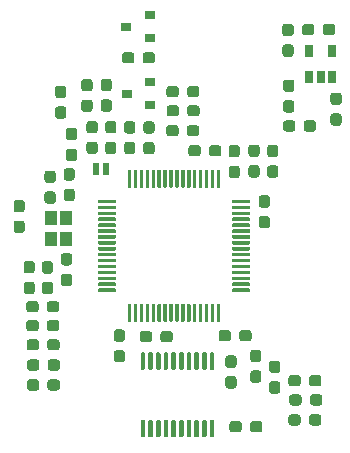
<source format=gtp>
%TF.GenerationSoftware,KiCad,Pcbnew,(5.1.6-0-10_14)*%
%TF.CreationDate,2022-07-06T22:32:54-05:00*%
%TF.ProjectId,small_led_driver_v2,736d616c-6c5f-46c6-9564-5f6472697665,rev?*%
%TF.SameCoordinates,Original*%
%TF.FileFunction,Paste,Top*%
%TF.FilePolarity,Positive*%
%FSLAX46Y46*%
G04 Gerber Fmt 4.6, Leading zero omitted, Abs format (unit mm)*
G04 Created by KiCad (PCBNEW (5.1.6-0-10_14)) date 2022-07-06 22:32:54*
%MOMM*%
%LPD*%
G01*
G04 APERTURE LIST*
%ADD10R,0.900000X0.800000*%
%ADD11R,0.650000X1.060000*%
%ADD12R,0.575000X1.140000*%
%ADD13R,1.000000X1.200000*%
G04 APERTURE END LIST*
%TO.C,C1*%
G36*
G01*
X95292500Y-101075000D02*
X95767500Y-101075000D01*
G75*
G02*
X96005000Y-101312500I0J-237500D01*
G01*
X96005000Y-101887500D01*
G75*
G02*
X95767500Y-102125000I-237500J0D01*
G01*
X95292500Y-102125000D01*
G75*
G02*
X95055000Y-101887500I0J237500D01*
G01*
X95055000Y-101312500D01*
G75*
G02*
X95292500Y-101075000I237500J0D01*
G01*
G37*
G36*
G01*
X95292500Y-99325000D02*
X95767500Y-99325000D01*
G75*
G02*
X96005000Y-99562500I0J-237500D01*
G01*
X96005000Y-100137500D01*
G75*
G02*
X95767500Y-100375000I-237500J0D01*
G01*
X95292500Y-100375000D01*
G75*
G02*
X95055000Y-100137500I0J237500D01*
G01*
X95055000Y-99562500D01*
G75*
G02*
X95292500Y-99325000I237500J0D01*
G01*
G37*
%TD*%
%TO.C,C2*%
G36*
G01*
X94377500Y-95150000D02*
X93902500Y-95150000D01*
G75*
G02*
X93665000Y-94912500I0J237500D01*
G01*
X93665000Y-94337500D01*
G75*
G02*
X93902500Y-94100000I237500J0D01*
G01*
X94377500Y-94100000D01*
G75*
G02*
X94615000Y-94337500I0J-237500D01*
G01*
X94615000Y-94912500D01*
G75*
G02*
X94377500Y-95150000I-237500J0D01*
G01*
G37*
G36*
G01*
X94377500Y-93400000D02*
X93902500Y-93400000D01*
G75*
G02*
X93665000Y-93162500I0J237500D01*
G01*
X93665000Y-92587500D01*
G75*
G02*
X93902500Y-92350000I237500J0D01*
G01*
X94377500Y-92350000D01*
G75*
G02*
X94615000Y-92587500I0J-237500D01*
G01*
X94615000Y-93162500D01*
G75*
G02*
X94377500Y-93400000I-237500J0D01*
G01*
G37*
%TD*%
%TO.C,C3*%
G36*
G01*
X97927500Y-90935000D02*
X97452500Y-90935000D01*
G75*
G02*
X97215000Y-90697500I0J237500D01*
G01*
X97215000Y-90122500D01*
G75*
G02*
X97452500Y-89885000I237500J0D01*
G01*
X97927500Y-89885000D01*
G75*
G02*
X98165000Y-90122500I0J-237500D01*
G01*
X98165000Y-90697500D01*
G75*
G02*
X97927500Y-90935000I-237500J0D01*
G01*
G37*
G36*
G01*
X97927500Y-89185000D02*
X97452500Y-89185000D01*
G75*
G02*
X97215000Y-88947500I0J237500D01*
G01*
X97215000Y-88372500D01*
G75*
G02*
X97452500Y-88135000I237500J0D01*
G01*
X97927500Y-88135000D01*
G75*
G02*
X98165000Y-88372500I0J-237500D01*
G01*
X98165000Y-88947500D01*
G75*
G02*
X97927500Y-89185000I-237500J0D01*
G01*
G37*
%TD*%
%TO.C,C4*%
G36*
G01*
X99517500Y-89195000D02*
X99042500Y-89195000D01*
G75*
G02*
X98805000Y-88957500I0J237500D01*
G01*
X98805000Y-88382500D01*
G75*
G02*
X99042500Y-88145000I237500J0D01*
G01*
X99517500Y-88145000D01*
G75*
G02*
X99755000Y-88382500I0J-237500D01*
G01*
X99755000Y-88957500D01*
G75*
G02*
X99517500Y-89195000I-237500J0D01*
G01*
G37*
G36*
G01*
X99517500Y-90945000D02*
X99042500Y-90945000D01*
G75*
G02*
X98805000Y-90707500I0J237500D01*
G01*
X98805000Y-90132500D01*
G75*
G02*
X99042500Y-89895000I237500J0D01*
G01*
X99517500Y-89895000D01*
G75*
G02*
X99755000Y-90132500I0J-237500D01*
G01*
X99755000Y-90707500D01*
G75*
G02*
X99517500Y-90945000I-237500J0D01*
G01*
G37*
%TD*%
%TO.C,C5*%
G36*
G01*
X109212500Y-107990000D02*
X109687500Y-107990000D01*
G75*
G02*
X109925000Y-108227500I0J-237500D01*
G01*
X109925000Y-108802500D01*
G75*
G02*
X109687500Y-109040000I-237500J0D01*
G01*
X109212500Y-109040000D01*
G75*
G02*
X108975000Y-108802500I0J237500D01*
G01*
X108975000Y-108227500D01*
G75*
G02*
X109212500Y-107990000I237500J0D01*
G01*
G37*
G36*
G01*
X109212500Y-109740000D02*
X109687500Y-109740000D01*
G75*
G02*
X109925000Y-109977500I0J-237500D01*
G01*
X109925000Y-110552500D01*
G75*
G02*
X109687500Y-110790000I-237500J0D01*
G01*
X109212500Y-110790000D01*
G75*
G02*
X108975000Y-110552500I0J237500D01*
G01*
X108975000Y-109977500D01*
G75*
G02*
X109212500Y-109740000I237500J0D01*
G01*
G37*
%TD*%
%TO.C,C6*%
G36*
G01*
X96193620Y-91529360D02*
X95718620Y-91529360D01*
G75*
G02*
X95481120Y-91291860I0J237500D01*
G01*
X95481120Y-90716860D01*
G75*
G02*
X95718620Y-90479360I237500J0D01*
G01*
X96193620Y-90479360D01*
G75*
G02*
X96431120Y-90716860I0J-237500D01*
G01*
X96431120Y-91291860D01*
G75*
G02*
X96193620Y-91529360I-237500J0D01*
G01*
G37*
G36*
G01*
X96193620Y-89779360D02*
X95718620Y-89779360D01*
G75*
G02*
X95481120Y-89541860I0J237500D01*
G01*
X95481120Y-88966860D01*
G75*
G02*
X95718620Y-88729360I237500J0D01*
G01*
X96193620Y-88729360D01*
G75*
G02*
X96431120Y-88966860I0J-237500D01*
G01*
X96431120Y-89541860D01*
G75*
G02*
X96193620Y-89779360I-237500J0D01*
G01*
G37*
%TD*%
%TO.C,C7*%
G36*
G01*
X111072380Y-114260640D02*
X111072380Y-113785640D01*
G75*
G02*
X111309880Y-113548140I237500J0D01*
G01*
X111884880Y-113548140D01*
G75*
G02*
X112122380Y-113785640I0J-237500D01*
G01*
X112122380Y-114260640D01*
G75*
G02*
X111884880Y-114498140I-237500J0D01*
G01*
X111309880Y-114498140D01*
G75*
G02*
X111072380Y-114260640I0J237500D01*
G01*
G37*
G36*
G01*
X109322380Y-114260640D02*
X109322380Y-113785640D01*
G75*
G02*
X109559880Y-113548140I237500J0D01*
G01*
X110134880Y-113548140D01*
G75*
G02*
X110372380Y-113785640I0J-237500D01*
G01*
X110372380Y-114260640D01*
G75*
G02*
X110134880Y-114498140I-237500J0D01*
G01*
X109559880Y-114498140D01*
G75*
G02*
X109322380Y-114260640I0J237500D01*
G01*
G37*
%TD*%
%TO.C,C8*%
G36*
G01*
X101117500Y-90955000D02*
X100642500Y-90955000D01*
G75*
G02*
X100405000Y-90717500I0J237500D01*
G01*
X100405000Y-90142500D01*
G75*
G02*
X100642500Y-89905000I237500J0D01*
G01*
X101117500Y-89905000D01*
G75*
G02*
X101355000Y-90142500I0J-237500D01*
G01*
X101355000Y-90717500D01*
G75*
G02*
X101117500Y-90955000I-237500J0D01*
G01*
G37*
G36*
G01*
X101117500Y-89205000D02*
X100642500Y-89205000D01*
G75*
G02*
X100405000Y-88967500I0J237500D01*
G01*
X100405000Y-88392500D01*
G75*
G02*
X100642500Y-88155000I237500J0D01*
G01*
X101117500Y-88155000D01*
G75*
G02*
X101355000Y-88392500I0J-237500D01*
G01*
X101355000Y-88967500D01*
G75*
G02*
X101117500Y-89205000I-237500J0D01*
G01*
G37*
%TD*%
%TO.C,C9*%
G36*
G01*
X103475000Y-106637500D02*
X103475000Y-106162500D01*
G75*
G02*
X103712500Y-105925000I237500J0D01*
G01*
X104287500Y-105925000D01*
G75*
G02*
X104525000Y-106162500I0J-237500D01*
G01*
X104525000Y-106637500D01*
G75*
G02*
X104287500Y-106875000I-237500J0D01*
G01*
X103712500Y-106875000D01*
G75*
G02*
X103475000Y-106637500I0J237500D01*
G01*
G37*
G36*
G01*
X101725000Y-106637500D02*
X101725000Y-106162500D01*
G75*
G02*
X101962500Y-105925000I237500J0D01*
G01*
X102537500Y-105925000D01*
G75*
G02*
X102775000Y-106162500I0J-237500D01*
G01*
X102775000Y-106637500D01*
G75*
G02*
X102537500Y-106875000I-237500J0D01*
G01*
X101962500Y-106875000D01*
G75*
G02*
X101725000Y-106637500I0J237500D01*
G01*
G37*
%TD*%
%TO.C,C10*%
G36*
G01*
X108405000Y-106557500D02*
X108405000Y-106082500D01*
G75*
G02*
X108642500Y-105845000I237500J0D01*
G01*
X109217500Y-105845000D01*
G75*
G02*
X109455000Y-106082500I0J-237500D01*
G01*
X109455000Y-106557500D01*
G75*
G02*
X109217500Y-106795000I-237500J0D01*
G01*
X108642500Y-106795000D01*
G75*
G02*
X108405000Y-106557500I0J237500D01*
G01*
G37*
G36*
G01*
X110155000Y-106557500D02*
X110155000Y-106082500D01*
G75*
G02*
X110392500Y-105845000I237500J0D01*
G01*
X110967500Y-105845000D01*
G75*
G02*
X111205000Y-106082500I0J-237500D01*
G01*
X111205000Y-106557500D01*
G75*
G02*
X110967500Y-106795000I-237500J0D01*
G01*
X110392500Y-106795000D01*
G75*
G02*
X110155000Y-106557500I0J237500D01*
G01*
G37*
%TD*%
%TO.C,C11*%
G36*
G01*
X99772500Y-107535000D02*
X100247500Y-107535000D01*
G75*
G02*
X100485000Y-107772500I0J-237500D01*
G01*
X100485000Y-108347500D01*
G75*
G02*
X100247500Y-108585000I-237500J0D01*
G01*
X99772500Y-108585000D01*
G75*
G02*
X99535000Y-108347500I0J237500D01*
G01*
X99535000Y-107772500D01*
G75*
G02*
X99772500Y-107535000I237500J0D01*
G01*
G37*
G36*
G01*
X99772500Y-105785000D02*
X100247500Y-105785000D01*
G75*
G02*
X100485000Y-106022500I0J-237500D01*
G01*
X100485000Y-106597500D01*
G75*
G02*
X100247500Y-106835000I-237500J0D01*
G01*
X99772500Y-106835000D01*
G75*
G02*
X99535000Y-106597500I0J237500D01*
G01*
X99535000Y-106022500D01*
G75*
G02*
X99772500Y-105785000I237500J0D01*
G01*
G37*
%TD*%
%TO.C,C12*%
G36*
G01*
X102747500Y-90960000D02*
X102272500Y-90960000D01*
G75*
G02*
X102035000Y-90722500I0J237500D01*
G01*
X102035000Y-90147500D01*
G75*
G02*
X102272500Y-89910000I237500J0D01*
G01*
X102747500Y-89910000D01*
G75*
G02*
X102985000Y-90147500I0J-237500D01*
G01*
X102985000Y-90722500D01*
G75*
G02*
X102747500Y-90960000I-237500J0D01*
G01*
G37*
G36*
G01*
X102747500Y-89210000D02*
X102272500Y-89210000D01*
G75*
G02*
X102035000Y-88972500I0J237500D01*
G01*
X102035000Y-88397500D01*
G75*
G02*
X102272500Y-88160000I237500J0D01*
G01*
X102747500Y-88160000D01*
G75*
G02*
X102985000Y-88397500I0J-237500D01*
G01*
X102985000Y-88972500D01*
G75*
G02*
X102747500Y-89210000I-237500J0D01*
G01*
G37*
%TD*%
%TO.C,C13*%
G36*
G01*
X117220000Y-80637500D02*
X117220000Y-80162500D01*
G75*
G02*
X117457500Y-79925000I237500J0D01*
G01*
X118032500Y-79925000D01*
G75*
G02*
X118270000Y-80162500I0J-237500D01*
G01*
X118270000Y-80637500D01*
G75*
G02*
X118032500Y-80875000I-237500J0D01*
G01*
X117457500Y-80875000D01*
G75*
G02*
X117220000Y-80637500I0J237500D01*
G01*
G37*
G36*
G01*
X115470000Y-80637500D02*
X115470000Y-80162500D01*
G75*
G02*
X115707500Y-79925000I237500J0D01*
G01*
X116282500Y-79925000D01*
G75*
G02*
X116520000Y-80162500I0J-237500D01*
G01*
X116520000Y-80637500D01*
G75*
G02*
X116282500Y-80875000I-237500J0D01*
G01*
X115707500Y-80875000D01*
G75*
G02*
X115470000Y-80637500I0J237500D01*
G01*
G37*
%TD*%
%TO.C,C14*%
G36*
G01*
X118112500Y-87495000D02*
X118587500Y-87495000D01*
G75*
G02*
X118825000Y-87732500I0J-237500D01*
G01*
X118825000Y-88307500D01*
G75*
G02*
X118587500Y-88545000I-237500J0D01*
G01*
X118112500Y-88545000D01*
G75*
G02*
X117875000Y-88307500I0J237500D01*
G01*
X117875000Y-87732500D01*
G75*
G02*
X118112500Y-87495000I237500J0D01*
G01*
G37*
G36*
G01*
X118112500Y-85745000D02*
X118587500Y-85745000D01*
G75*
G02*
X118825000Y-85982500I0J-237500D01*
G01*
X118825000Y-86557500D01*
G75*
G02*
X118587500Y-86795000I-237500J0D01*
G01*
X118112500Y-86795000D01*
G75*
G02*
X117875000Y-86557500I0J237500D01*
G01*
X117875000Y-85982500D01*
G75*
G02*
X118112500Y-85745000I237500J0D01*
G01*
G37*
%TD*%
%TO.C,C15*%
G36*
G01*
X112755500Y-90149000D02*
X113230500Y-90149000D01*
G75*
G02*
X113468000Y-90386500I0J-237500D01*
G01*
X113468000Y-90961500D01*
G75*
G02*
X113230500Y-91199000I-237500J0D01*
G01*
X112755500Y-91199000D01*
G75*
G02*
X112518000Y-90961500I0J237500D01*
G01*
X112518000Y-90386500D01*
G75*
G02*
X112755500Y-90149000I237500J0D01*
G01*
G37*
G36*
G01*
X112755500Y-91899000D02*
X113230500Y-91899000D01*
G75*
G02*
X113468000Y-92136500I0J-237500D01*
G01*
X113468000Y-92711500D01*
G75*
G02*
X113230500Y-92949000I-237500J0D01*
G01*
X112755500Y-92949000D01*
G75*
G02*
X112518000Y-92711500I0J237500D01*
G01*
X112518000Y-92136500D01*
G75*
G02*
X112755500Y-91899000I237500J0D01*
G01*
G37*
%TD*%
%TO.C,C16*%
G36*
G01*
X111167500Y-91880000D02*
X111642500Y-91880000D01*
G75*
G02*
X111880000Y-92117500I0J-237500D01*
G01*
X111880000Y-92692500D01*
G75*
G02*
X111642500Y-92930000I-237500J0D01*
G01*
X111167500Y-92930000D01*
G75*
G02*
X110930000Y-92692500I0J237500D01*
G01*
X110930000Y-92117500D01*
G75*
G02*
X111167500Y-91880000I237500J0D01*
G01*
G37*
G36*
G01*
X111167500Y-90130000D02*
X111642500Y-90130000D01*
G75*
G02*
X111880000Y-90367500I0J-237500D01*
G01*
X111880000Y-90942500D01*
G75*
G02*
X111642500Y-91180000I-237500J0D01*
G01*
X111167500Y-91180000D01*
G75*
G02*
X110930000Y-90942500I0J237500D01*
G01*
X110930000Y-90367500D01*
G75*
G02*
X111167500Y-90130000I237500J0D01*
G01*
G37*
%TD*%
%TO.C,C17*%
G36*
G01*
X114102500Y-84630000D02*
X114577500Y-84630000D01*
G75*
G02*
X114815000Y-84867500I0J-237500D01*
G01*
X114815000Y-85442500D01*
G75*
G02*
X114577500Y-85680000I-237500J0D01*
G01*
X114102500Y-85680000D01*
G75*
G02*
X113865000Y-85442500I0J237500D01*
G01*
X113865000Y-84867500D01*
G75*
G02*
X114102500Y-84630000I237500J0D01*
G01*
G37*
G36*
G01*
X114102500Y-86380000D02*
X114577500Y-86380000D01*
G75*
G02*
X114815000Y-86617500I0J-237500D01*
G01*
X114815000Y-87192500D01*
G75*
G02*
X114577500Y-87430000I-237500J0D01*
G01*
X114102500Y-87430000D01*
G75*
G02*
X113865000Y-87192500I0J237500D01*
G01*
X113865000Y-86617500D01*
G75*
G02*
X114102500Y-86380000I237500J0D01*
G01*
G37*
%TD*%
D10*
%TO.C,Q1*%
X100563740Y-80155660D03*
X102563740Y-79205660D03*
X102563740Y-81105660D03*
%TD*%
%TO.C,Q2*%
X102608340Y-86774160D03*
X102608340Y-84874160D03*
X100608340Y-85824160D03*
%TD*%
%TO.C,R1*%
G36*
G01*
X107600000Y-90897500D02*
X107600000Y-90422500D01*
G75*
G02*
X107837500Y-90185000I237500J0D01*
G01*
X108412500Y-90185000D01*
G75*
G02*
X108650000Y-90422500I0J-237500D01*
G01*
X108650000Y-90897500D01*
G75*
G02*
X108412500Y-91135000I-237500J0D01*
G01*
X107837500Y-91135000D01*
G75*
G02*
X107600000Y-90897500I0J237500D01*
G01*
G37*
G36*
G01*
X105850000Y-90897500D02*
X105850000Y-90422500D01*
G75*
G02*
X106087500Y-90185000I237500J0D01*
G01*
X106662500Y-90185000D01*
G75*
G02*
X106900000Y-90422500I0J-237500D01*
G01*
X106900000Y-90897500D01*
G75*
G02*
X106662500Y-91135000I-237500J0D01*
G01*
X106087500Y-91135000D01*
G75*
G02*
X105850000Y-90897500I0J237500D01*
G01*
G37*
%TD*%
%TO.C,R2*%
G36*
G01*
X109492500Y-90175000D02*
X109967500Y-90175000D01*
G75*
G02*
X110205000Y-90412500I0J-237500D01*
G01*
X110205000Y-90987500D01*
G75*
G02*
X109967500Y-91225000I-237500J0D01*
G01*
X109492500Y-91225000D01*
G75*
G02*
X109255000Y-90987500I0J237500D01*
G01*
X109255000Y-90412500D01*
G75*
G02*
X109492500Y-90175000I237500J0D01*
G01*
G37*
G36*
G01*
X109492500Y-91925000D02*
X109967500Y-91925000D01*
G75*
G02*
X110205000Y-92162500I0J-237500D01*
G01*
X110205000Y-92737500D01*
G75*
G02*
X109967500Y-92975000I-237500J0D01*
G01*
X109492500Y-92975000D01*
G75*
G02*
X109255000Y-92737500I0J237500D01*
G01*
X109255000Y-92162500D01*
G75*
G02*
X109492500Y-91925000I237500J0D01*
G01*
G37*
%TD*%
%TO.C,R3*%
G36*
G01*
X95517960Y-92134260D02*
X95992960Y-92134260D01*
G75*
G02*
X96230460Y-92371760I0J-237500D01*
G01*
X96230460Y-92946760D01*
G75*
G02*
X95992960Y-93184260I-237500J0D01*
G01*
X95517960Y-93184260D01*
G75*
G02*
X95280460Y-92946760I0J237500D01*
G01*
X95280460Y-92371760D01*
G75*
G02*
X95517960Y-92134260I237500J0D01*
G01*
G37*
G36*
G01*
X95517960Y-93884260D02*
X95992960Y-93884260D01*
G75*
G02*
X96230460Y-94121760I0J-237500D01*
G01*
X96230460Y-94696760D01*
G75*
G02*
X95992960Y-94934260I-237500J0D01*
G01*
X95517960Y-94934260D01*
G75*
G02*
X95280460Y-94696760I0J237500D01*
G01*
X95280460Y-94121760D01*
G75*
G02*
X95517960Y-93884260I237500J0D01*
G01*
G37*
%TD*%
%TO.C,R4*%
G36*
G01*
X112520500Y-95485000D02*
X112045500Y-95485000D01*
G75*
G02*
X111808000Y-95247500I0J237500D01*
G01*
X111808000Y-94672500D01*
G75*
G02*
X112045500Y-94435000I237500J0D01*
G01*
X112520500Y-94435000D01*
G75*
G02*
X112758000Y-94672500I0J-237500D01*
G01*
X112758000Y-95247500D01*
G75*
G02*
X112520500Y-95485000I-237500J0D01*
G01*
G37*
G36*
G01*
X112520500Y-97235000D02*
X112045500Y-97235000D01*
G75*
G02*
X111808000Y-96997500I0J237500D01*
G01*
X111808000Y-96422500D01*
G75*
G02*
X112045500Y-96185000I237500J0D01*
G01*
X112520500Y-96185000D01*
G75*
G02*
X112758000Y-96422500I0J-237500D01*
G01*
X112758000Y-96997500D01*
G75*
G02*
X112520500Y-97235000I-237500J0D01*
G01*
G37*
%TD*%
%TO.C,R5*%
G36*
G01*
X105722900Y-89200140D02*
X105722900Y-88725140D01*
G75*
G02*
X105960400Y-88487640I237500J0D01*
G01*
X106535400Y-88487640D01*
G75*
G02*
X106772900Y-88725140I0J-237500D01*
G01*
X106772900Y-89200140D01*
G75*
G02*
X106535400Y-89437640I-237500J0D01*
G01*
X105960400Y-89437640D01*
G75*
G02*
X105722900Y-89200140I0J237500D01*
G01*
G37*
G36*
G01*
X103972900Y-89200140D02*
X103972900Y-88725140D01*
G75*
G02*
X104210400Y-88487640I237500J0D01*
G01*
X104785400Y-88487640D01*
G75*
G02*
X105022900Y-88725140I0J-237500D01*
G01*
X105022900Y-89200140D01*
G75*
G02*
X104785400Y-89437640I-237500J0D01*
G01*
X104210400Y-89437640D01*
G75*
G02*
X103972900Y-89200140I0J237500D01*
G01*
G37*
%TD*%
%TO.C,R6*%
G36*
G01*
X91291400Y-96577900D02*
X91766400Y-96577900D01*
G75*
G02*
X92003900Y-96815400I0J-237500D01*
G01*
X92003900Y-97390400D01*
G75*
G02*
X91766400Y-97627900I-237500J0D01*
G01*
X91291400Y-97627900D01*
G75*
G02*
X91053900Y-97390400I0J237500D01*
G01*
X91053900Y-96815400D01*
G75*
G02*
X91291400Y-96577900I237500J0D01*
G01*
G37*
G36*
G01*
X91291400Y-94827900D02*
X91766400Y-94827900D01*
G75*
G02*
X92003900Y-95065400I0J-237500D01*
G01*
X92003900Y-95640400D01*
G75*
G02*
X91766400Y-95877900I-237500J0D01*
G01*
X91291400Y-95877900D01*
G75*
G02*
X91053900Y-95640400I0J237500D01*
G01*
X91053900Y-95065400D01*
G75*
G02*
X91291400Y-94827900I237500J0D01*
G01*
G37*
%TD*%
%TO.C,R7*%
G36*
G01*
X92129600Y-99998100D02*
X92604600Y-99998100D01*
G75*
G02*
X92842100Y-100235600I0J-237500D01*
G01*
X92842100Y-100810600D01*
G75*
G02*
X92604600Y-101048100I-237500J0D01*
G01*
X92129600Y-101048100D01*
G75*
G02*
X91892100Y-100810600I0J237500D01*
G01*
X91892100Y-100235600D01*
G75*
G02*
X92129600Y-99998100I237500J0D01*
G01*
G37*
G36*
G01*
X92129600Y-101748100D02*
X92604600Y-101748100D01*
G75*
G02*
X92842100Y-101985600I0J-237500D01*
G01*
X92842100Y-102560600D01*
G75*
G02*
X92604600Y-102798100I-237500J0D01*
G01*
X92129600Y-102798100D01*
G75*
G02*
X91892100Y-102560600I0J237500D01*
G01*
X91892100Y-101985600D01*
G75*
G02*
X92129600Y-101748100I237500J0D01*
G01*
G37*
%TD*%
%TO.C,R10*%
G36*
G01*
X114915000Y-88322500D02*
X114915000Y-88797500D01*
G75*
G02*
X114677500Y-89035000I-237500J0D01*
G01*
X114102500Y-89035000D01*
G75*
G02*
X113865000Y-88797500I0J237500D01*
G01*
X113865000Y-88322500D01*
G75*
G02*
X114102500Y-88085000I237500J0D01*
G01*
X114677500Y-88085000D01*
G75*
G02*
X114915000Y-88322500I0J-237500D01*
G01*
G37*
G36*
G01*
X116665000Y-88322500D02*
X116665000Y-88797500D01*
G75*
G02*
X116427500Y-89035000I-237500J0D01*
G01*
X115852500Y-89035000D01*
G75*
G02*
X115615000Y-88797500I0J237500D01*
G01*
X115615000Y-88322500D01*
G75*
G02*
X115852500Y-88085000I237500J0D01*
G01*
X116427500Y-88085000D01*
G75*
G02*
X116665000Y-88322500I0J-237500D01*
G01*
G37*
%TD*%
%TO.C,R11*%
G36*
G01*
X93679000Y-101759500D02*
X94154000Y-101759500D01*
G75*
G02*
X94391500Y-101997000I0J-237500D01*
G01*
X94391500Y-102572000D01*
G75*
G02*
X94154000Y-102809500I-237500J0D01*
G01*
X93679000Y-102809500D01*
G75*
G02*
X93441500Y-102572000I0J237500D01*
G01*
X93441500Y-101997000D01*
G75*
G02*
X93679000Y-101759500I237500J0D01*
G01*
G37*
G36*
G01*
X93679000Y-100009500D02*
X94154000Y-100009500D01*
G75*
G02*
X94391500Y-100247000I0J-237500D01*
G01*
X94391500Y-100822000D01*
G75*
G02*
X94154000Y-101059500I-237500J0D01*
G01*
X93679000Y-101059500D01*
G75*
G02*
X93441500Y-100822000I0J237500D01*
G01*
X93441500Y-100247000D01*
G75*
G02*
X93679000Y-100009500I237500J0D01*
G01*
G37*
%TD*%
%TO.C,R12*%
G36*
G01*
X94911400Y-103623100D02*
X94911400Y-104098100D01*
G75*
G02*
X94673900Y-104335600I-237500J0D01*
G01*
X94098900Y-104335600D01*
G75*
G02*
X93861400Y-104098100I0J237500D01*
G01*
X93861400Y-103623100D01*
G75*
G02*
X94098900Y-103385600I237500J0D01*
G01*
X94673900Y-103385600D01*
G75*
G02*
X94911400Y-103623100I0J-237500D01*
G01*
G37*
G36*
G01*
X93161400Y-103623100D02*
X93161400Y-104098100D01*
G75*
G02*
X92923900Y-104335600I-237500J0D01*
G01*
X92348900Y-104335600D01*
G75*
G02*
X92111400Y-104098100I0J237500D01*
G01*
X92111400Y-103623100D01*
G75*
G02*
X92348900Y-103385600I237500J0D01*
G01*
X92923900Y-103385600D01*
G75*
G02*
X93161400Y-103623100I0J-237500D01*
G01*
G37*
%TD*%
%TO.C,R13*%
G36*
G01*
X103987900Y-85890140D02*
X103987900Y-85415140D01*
G75*
G02*
X104225400Y-85177640I237500J0D01*
G01*
X104800400Y-85177640D01*
G75*
G02*
X105037900Y-85415140I0J-237500D01*
G01*
X105037900Y-85890140D01*
G75*
G02*
X104800400Y-86127640I-237500J0D01*
G01*
X104225400Y-86127640D01*
G75*
G02*
X103987900Y-85890140I0J237500D01*
G01*
G37*
G36*
G01*
X105737900Y-85890140D02*
X105737900Y-85415140D01*
G75*
G02*
X105975400Y-85177640I237500J0D01*
G01*
X106550400Y-85177640D01*
G75*
G02*
X106787900Y-85415140I0J-237500D01*
G01*
X106787900Y-85890140D01*
G75*
G02*
X106550400Y-86127640I-237500J0D01*
G01*
X105975400Y-86127640D01*
G75*
G02*
X105737900Y-85890140I0J237500D01*
G01*
G37*
%TD*%
%TO.C,R14*%
G36*
G01*
X92148200Y-107331000D02*
X92148200Y-106856000D01*
G75*
G02*
X92385700Y-106618500I237500J0D01*
G01*
X92960700Y-106618500D01*
G75*
G02*
X93198200Y-106856000I0J-237500D01*
G01*
X93198200Y-107331000D01*
G75*
G02*
X92960700Y-107568500I-237500J0D01*
G01*
X92385700Y-107568500D01*
G75*
G02*
X92148200Y-107331000I0J237500D01*
G01*
G37*
G36*
G01*
X93898200Y-107331000D02*
X93898200Y-106856000D01*
G75*
G02*
X94135700Y-106618500I237500J0D01*
G01*
X94710700Y-106618500D01*
G75*
G02*
X94948200Y-106856000I0J-237500D01*
G01*
X94948200Y-107331000D01*
G75*
G02*
X94710700Y-107568500I-237500J0D01*
G01*
X94135700Y-107568500D01*
G75*
G02*
X93898200Y-107331000I0J237500D01*
G01*
G37*
%TD*%
%TO.C,R15*%
G36*
G01*
X93174100Y-105223300D02*
X93174100Y-105698300D01*
G75*
G02*
X92936600Y-105935800I-237500J0D01*
G01*
X92361600Y-105935800D01*
G75*
G02*
X92124100Y-105698300I0J237500D01*
G01*
X92124100Y-105223300D01*
G75*
G02*
X92361600Y-104985800I237500J0D01*
G01*
X92936600Y-104985800D01*
G75*
G02*
X93174100Y-105223300I0J-237500D01*
G01*
G37*
G36*
G01*
X94924100Y-105223300D02*
X94924100Y-105698300D01*
G75*
G02*
X94686600Y-105935800I-237500J0D01*
G01*
X94111600Y-105935800D01*
G75*
G02*
X93874100Y-105698300I0J237500D01*
G01*
X93874100Y-105223300D01*
G75*
G02*
X94111600Y-104985800I237500J0D01*
G01*
X94686600Y-104985800D01*
G75*
G02*
X94924100Y-105223300I0J-237500D01*
G01*
G37*
%TD*%
%TO.C,R16*%
G36*
G01*
X93933200Y-109041000D02*
X93933200Y-108566000D01*
G75*
G02*
X94170700Y-108328500I237500J0D01*
G01*
X94745700Y-108328500D01*
G75*
G02*
X94983200Y-108566000I0J-237500D01*
G01*
X94983200Y-109041000D01*
G75*
G02*
X94745700Y-109278500I-237500J0D01*
G01*
X94170700Y-109278500D01*
G75*
G02*
X93933200Y-109041000I0J237500D01*
G01*
G37*
G36*
G01*
X92183200Y-109041000D02*
X92183200Y-108566000D01*
G75*
G02*
X92420700Y-108328500I237500J0D01*
G01*
X92995700Y-108328500D01*
G75*
G02*
X93233200Y-108566000I0J-237500D01*
G01*
X93233200Y-109041000D01*
G75*
G02*
X92995700Y-109278500I-237500J0D01*
G01*
X92420700Y-109278500D01*
G75*
G02*
X92183200Y-109041000I0J237500D01*
G01*
G37*
%TD*%
%TO.C,R17*%
G36*
G01*
X94968200Y-110256000D02*
X94968200Y-110731000D01*
G75*
G02*
X94730700Y-110968500I-237500J0D01*
G01*
X94155700Y-110968500D01*
G75*
G02*
X93918200Y-110731000I0J237500D01*
G01*
X93918200Y-110256000D01*
G75*
G02*
X94155700Y-110018500I237500J0D01*
G01*
X94730700Y-110018500D01*
G75*
G02*
X94968200Y-110256000I0J-237500D01*
G01*
G37*
G36*
G01*
X93218200Y-110256000D02*
X93218200Y-110731000D01*
G75*
G02*
X92980700Y-110968500I-237500J0D01*
G01*
X92405700Y-110968500D01*
G75*
G02*
X92168200Y-110731000I0J237500D01*
G01*
X92168200Y-110256000D01*
G75*
G02*
X92405700Y-110018500I237500J0D01*
G01*
X92980700Y-110018500D01*
G75*
G02*
X93218200Y-110256000I0J-237500D01*
G01*
G37*
%TD*%
%TO.C,R18*%
G36*
G01*
X95271600Y-86199200D02*
X94796600Y-86199200D01*
G75*
G02*
X94559100Y-85961700I0J237500D01*
G01*
X94559100Y-85386700D01*
G75*
G02*
X94796600Y-85149200I237500J0D01*
G01*
X95271600Y-85149200D01*
G75*
G02*
X95509100Y-85386700I0J-237500D01*
G01*
X95509100Y-85961700D01*
G75*
G02*
X95271600Y-86199200I-237500J0D01*
G01*
G37*
G36*
G01*
X95271600Y-87949200D02*
X94796600Y-87949200D01*
G75*
G02*
X94559100Y-87711700I0J237500D01*
G01*
X94559100Y-87136700D01*
G75*
G02*
X94796600Y-86899200I237500J0D01*
G01*
X95271600Y-86899200D01*
G75*
G02*
X95509100Y-87136700I0J-237500D01*
G01*
X95509100Y-87711700D01*
G75*
G02*
X95271600Y-87949200I-237500J0D01*
G01*
G37*
%TD*%
%TO.C,R19*%
G36*
G01*
X100225400Y-83028800D02*
X100225400Y-82553800D01*
G75*
G02*
X100462900Y-82316300I237500J0D01*
G01*
X101037900Y-82316300D01*
G75*
G02*
X101275400Y-82553800I0J-237500D01*
G01*
X101275400Y-83028800D01*
G75*
G02*
X101037900Y-83266300I-237500J0D01*
G01*
X100462900Y-83266300D01*
G75*
G02*
X100225400Y-83028800I0J237500D01*
G01*
G37*
G36*
G01*
X101975400Y-83028800D02*
X101975400Y-82553800D01*
G75*
G02*
X102212900Y-82316300I237500J0D01*
G01*
X102787900Y-82316300D01*
G75*
G02*
X103025400Y-82553800I0J-237500D01*
G01*
X103025400Y-83028800D01*
G75*
G02*
X102787900Y-83266300I-237500J0D01*
G01*
X102212900Y-83266300D01*
G75*
G02*
X101975400Y-83028800I0J237500D01*
G01*
G37*
%TD*%
%TO.C,R20*%
G36*
G01*
X97495840Y-85624160D02*
X97020840Y-85624160D01*
G75*
G02*
X96783340Y-85386660I0J237500D01*
G01*
X96783340Y-84811660D01*
G75*
G02*
X97020840Y-84574160I237500J0D01*
G01*
X97495840Y-84574160D01*
G75*
G02*
X97733340Y-84811660I0J-237500D01*
G01*
X97733340Y-85386660D01*
G75*
G02*
X97495840Y-85624160I-237500J0D01*
G01*
G37*
G36*
G01*
X97495840Y-87374160D02*
X97020840Y-87374160D01*
G75*
G02*
X96783340Y-87136660I0J237500D01*
G01*
X96783340Y-86561660D01*
G75*
G02*
X97020840Y-86324160I237500J0D01*
G01*
X97495840Y-86324160D01*
G75*
G02*
X97733340Y-86561660I0J-237500D01*
G01*
X97733340Y-87136660D01*
G75*
G02*
X97495840Y-87374160I-237500J0D01*
G01*
G37*
%TD*%
%TO.C,R21*%
G36*
G01*
X98660840Y-84564160D02*
X99135840Y-84564160D01*
G75*
G02*
X99373340Y-84801660I0J-237500D01*
G01*
X99373340Y-85376660D01*
G75*
G02*
X99135840Y-85614160I-237500J0D01*
G01*
X98660840Y-85614160D01*
G75*
G02*
X98423340Y-85376660I0J237500D01*
G01*
X98423340Y-84801660D01*
G75*
G02*
X98660840Y-84564160I237500J0D01*
G01*
G37*
G36*
G01*
X98660840Y-86314160D02*
X99135840Y-86314160D01*
G75*
G02*
X99373340Y-86551660I0J-237500D01*
G01*
X99373340Y-87126660D01*
G75*
G02*
X99135840Y-87364160I-237500J0D01*
G01*
X98660840Y-87364160D01*
G75*
G02*
X98423340Y-87126660I0J237500D01*
G01*
X98423340Y-86551660D01*
G75*
G02*
X98660840Y-86314160I237500J0D01*
G01*
G37*
%TD*%
%TO.C,U1*%
G36*
G01*
X107747352Y-107734631D02*
X107947352Y-107734631D01*
G75*
G02*
X108047352Y-107834631I0J-100000D01*
G01*
X108047352Y-109109631D01*
G75*
G02*
X107947352Y-109209631I-100000J0D01*
G01*
X107747352Y-109209631D01*
G75*
G02*
X107647352Y-109109631I0J100000D01*
G01*
X107647352Y-107834631D01*
G75*
G02*
X107747352Y-107734631I100000J0D01*
G01*
G37*
G36*
G01*
X107097352Y-107734631D02*
X107297352Y-107734631D01*
G75*
G02*
X107397352Y-107834631I0J-100000D01*
G01*
X107397352Y-109109631D01*
G75*
G02*
X107297352Y-109209631I-100000J0D01*
G01*
X107097352Y-109209631D01*
G75*
G02*
X106997352Y-109109631I0J100000D01*
G01*
X106997352Y-107834631D01*
G75*
G02*
X107097352Y-107734631I100000J0D01*
G01*
G37*
G36*
G01*
X106447352Y-107734631D02*
X106647352Y-107734631D01*
G75*
G02*
X106747352Y-107834631I0J-100000D01*
G01*
X106747352Y-109109631D01*
G75*
G02*
X106647352Y-109209631I-100000J0D01*
G01*
X106447352Y-109209631D01*
G75*
G02*
X106347352Y-109109631I0J100000D01*
G01*
X106347352Y-107834631D01*
G75*
G02*
X106447352Y-107734631I100000J0D01*
G01*
G37*
G36*
G01*
X105797352Y-107734631D02*
X105997352Y-107734631D01*
G75*
G02*
X106097352Y-107834631I0J-100000D01*
G01*
X106097352Y-109109631D01*
G75*
G02*
X105997352Y-109209631I-100000J0D01*
G01*
X105797352Y-109209631D01*
G75*
G02*
X105697352Y-109109631I0J100000D01*
G01*
X105697352Y-107834631D01*
G75*
G02*
X105797352Y-107734631I100000J0D01*
G01*
G37*
G36*
G01*
X105147352Y-107734631D02*
X105347352Y-107734631D01*
G75*
G02*
X105447352Y-107834631I0J-100000D01*
G01*
X105447352Y-109109631D01*
G75*
G02*
X105347352Y-109209631I-100000J0D01*
G01*
X105147352Y-109209631D01*
G75*
G02*
X105047352Y-109109631I0J100000D01*
G01*
X105047352Y-107834631D01*
G75*
G02*
X105147352Y-107734631I100000J0D01*
G01*
G37*
G36*
G01*
X104497352Y-107734631D02*
X104697352Y-107734631D01*
G75*
G02*
X104797352Y-107834631I0J-100000D01*
G01*
X104797352Y-109109631D01*
G75*
G02*
X104697352Y-109209631I-100000J0D01*
G01*
X104497352Y-109209631D01*
G75*
G02*
X104397352Y-109109631I0J100000D01*
G01*
X104397352Y-107834631D01*
G75*
G02*
X104497352Y-107734631I100000J0D01*
G01*
G37*
G36*
G01*
X103847352Y-107734631D02*
X104047352Y-107734631D01*
G75*
G02*
X104147352Y-107834631I0J-100000D01*
G01*
X104147352Y-109109631D01*
G75*
G02*
X104047352Y-109209631I-100000J0D01*
G01*
X103847352Y-109209631D01*
G75*
G02*
X103747352Y-109109631I0J100000D01*
G01*
X103747352Y-107834631D01*
G75*
G02*
X103847352Y-107734631I100000J0D01*
G01*
G37*
G36*
G01*
X103197352Y-107734631D02*
X103397352Y-107734631D01*
G75*
G02*
X103497352Y-107834631I0J-100000D01*
G01*
X103497352Y-109109631D01*
G75*
G02*
X103397352Y-109209631I-100000J0D01*
G01*
X103197352Y-109209631D01*
G75*
G02*
X103097352Y-109109631I0J100000D01*
G01*
X103097352Y-107834631D01*
G75*
G02*
X103197352Y-107734631I100000J0D01*
G01*
G37*
G36*
G01*
X102547352Y-107734631D02*
X102747352Y-107734631D01*
G75*
G02*
X102847352Y-107834631I0J-100000D01*
G01*
X102847352Y-109109631D01*
G75*
G02*
X102747352Y-109209631I-100000J0D01*
G01*
X102547352Y-109209631D01*
G75*
G02*
X102447352Y-109109631I0J100000D01*
G01*
X102447352Y-107834631D01*
G75*
G02*
X102547352Y-107734631I100000J0D01*
G01*
G37*
G36*
G01*
X101897352Y-107734631D02*
X102097352Y-107734631D01*
G75*
G02*
X102197352Y-107834631I0J-100000D01*
G01*
X102197352Y-109109631D01*
G75*
G02*
X102097352Y-109209631I-100000J0D01*
G01*
X101897352Y-109209631D01*
G75*
G02*
X101797352Y-109109631I0J100000D01*
G01*
X101797352Y-107834631D01*
G75*
G02*
X101897352Y-107734631I100000J0D01*
G01*
G37*
G36*
G01*
X101897352Y-113459631D02*
X102097352Y-113459631D01*
G75*
G02*
X102197352Y-113559631I0J-100000D01*
G01*
X102197352Y-114834631D01*
G75*
G02*
X102097352Y-114934631I-100000J0D01*
G01*
X101897352Y-114934631D01*
G75*
G02*
X101797352Y-114834631I0J100000D01*
G01*
X101797352Y-113559631D01*
G75*
G02*
X101897352Y-113459631I100000J0D01*
G01*
G37*
G36*
G01*
X102547352Y-113459631D02*
X102747352Y-113459631D01*
G75*
G02*
X102847352Y-113559631I0J-100000D01*
G01*
X102847352Y-114834631D01*
G75*
G02*
X102747352Y-114934631I-100000J0D01*
G01*
X102547352Y-114934631D01*
G75*
G02*
X102447352Y-114834631I0J100000D01*
G01*
X102447352Y-113559631D01*
G75*
G02*
X102547352Y-113459631I100000J0D01*
G01*
G37*
G36*
G01*
X103197352Y-113459631D02*
X103397352Y-113459631D01*
G75*
G02*
X103497352Y-113559631I0J-100000D01*
G01*
X103497352Y-114834631D01*
G75*
G02*
X103397352Y-114934631I-100000J0D01*
G01*
X103197352Y-114934631D01*
G75*
G02*
X103097352Y-114834631I0J100000D01*
G01*
X103097352Y-113559631D01*
G75*
G02*
X103197352Y-113459631I100000J0D01*
G01*
G37*
G36*
G01*
X103847352Y-113459631D02*
X104047352Y-113459631D01*
G75*
G02*
X104147352Y-113559631I0J-100000D01*
G01*
X104147352Y-114834631D01*
G75*
G02*
X104047352Y-114934631I-100000J0D01*
G01*
X103847352Y-114934631D01*
G75*
G02*
X103747352Y-114834631I0J100000D01*
G01*
X103747352Y-113559631D01*
G75*
G02*
X103847352Y-113459631I100000J0D01*
G01*
G37*
G36*
G01*
X104497352Y-113459631D02*
X104697352Y-113459631D01*
G75*
G02*
X104797352Y-113559631I0J-100000D01*
G01*
X104797352Y-114834631D01*
G75*
G02*
X104697352Y-114934631I-100000J0D01*
G01*
X104497352Y-114934631D01*
G75*
G02*
X104397352Y-114834631I0J100000D01*
G01*
X104397352Y-113559631D01*
G75*
G02*
X104497352Y-113459631I100000J0D01*
G01*
G37*
G36*
G01*
X105147352Y-113459631D02*
X105347352Y-113459631D01*
G75*
G02*
X105447352Y-113559631I0J-100000D01*
G01*
X105447352Y-114834631D01*
G75*
G02*
X105347352Y-114934631I-100000J0D01*
G01*
X105147352Y-114934631D01*
G75*
G02*
X105047352Y-114834631I0J100000D01*
G01*
X105047352Y-113559631D01*
G75*
G02*
X105147352Y-113459631I100000J0D01*
G01*
G37*
G36*
G01*
X105797352Y-113459631D02*
X105997352Y-113459631D01*
G75*
G02*
X106097352Y-113559631I0J-100000D01*
G01*
X106097352Y-114834631D01*
G75*
G02*
X105997352Y-114934631I-100000J0D01*
G01*
X105797352Y-114934631D01*
G75*
G02*
X105697352Y-114834631I0J100000D01*
G01*
X105697352Y-113559631D01*
G75*
G02*
X105797352Y-113459631I100000J0D01*
G01*
G37*
G36*
G01*
X106447352Y-113459631D02*
X106647352Y-113459631D01*
G75*
G02*
X106747352Y-113559631I0J-100000D01*
G01*
X106747352Y-114834631D01*
G75*
G02*
X106647352Y-114934631I-100000J0D01*
G01*
X106447352Y-114934631D01*
G75*
G02*
X106347352Y-114834631I0J100000D01*
G01*
X106347352Y-113559631D01*
G75*
G02*
X106447352Y-113459631I100000J0D01*
G01*
G37*
G36*
G01*
X107097352Y-113459631D02*
X107297352Y-113459631D01*
G75*
G02*
X107397352Y-113559631I0J-100000D01*
G01*
X107397352Y-114834631D01*
G75*
G02*
X107297352Y-114934631I-100000J0D01*
G01*
X107097352Y-114934631D01*
G75*
G02*
X106997352Y-114834631I0J100000D01*
G01*
X106997352Y-113559631D01*
G75*
G02*
X107097352Y-113459631I100000J0D01*
G01*
G37*
G36*
G01*
X107747352Y-113459631D02*
X107947352Y-113459631D01*
G75*
G02*
X108047352Y-113559631I0J-100000D01*
G01*
X108047352Y-114834631D01*
G75*
G02*
X107947352Y-114934631I-100000J0D01*
G01*
X107747352Y-114934631D01*
G75*
G02*
X107647352Y-114834631I0J100000D01*
G01*
X107647352Y-113559631D01*
G75*
G02*
X107747352Y-113459631I100000J0D01*
G01*
G37*
%TD*%
%TO.C,U2*%
G36*
G01*
X98180000Y-95030000D02*
X98180000Y-94880000D01*
G75*
G02*
X98255000Y-94805000I75000J0D01*
G01*
X99655000Y-94805000D01*
G75*
G02*
X99730000Y-94880000I0J-75000D01*
G01*
X99730000Y-95030000D01*
G75*
G02*
X99655000Y-95105000I-75000J0D01*
G01*
X98255000Y-95105000D01*
G75*
G02*
X98180000Y-95030000I0J75000D01*
G01*
G37*
G36*
G01*
X98180000Y-95530000D02*
X98180000Y-95380000D01*
G75*
G02*
X98255000Y-95305000I75000J0D01*
G01*
X99655000Y-95305000D01*
G75*
G02*
X99730000Y-95380000I0J-75000D01*
G01*
X99730000Y-95530000D01*
G75*
G02*
X99655000Y-95605000I-75000J0D01*
G01*
X98255000Y-95605000D01*
G75*
G02*
X98180000Y-95530000I0J75000D01*
G01*
G37*
G36*
G01*
X98180000Y-96030000D02*
X98180000Y-95880000D01*
G75*
G02*
X98255000Y-95805000I75000J0D01*
G01*
X99655000Y-95805000D01*
G75*
G02*
X99730000Y-95880000I0J-75000D01*
G01*
X99730000Y-96030000D01*
G75*
G02*
X99655000Y-96105000I-75000J0D01*
G01*
X98255000Y-96105000D01*
G75*
G02*
X98180000Y-96030000I0J75000D01*
G01*
G37*
G36*
G01*
X98180000Y-96530000D02*
X98180000Y-96380000D01*
G75*
G02*
X98255000Y-96305000I75000J0D01*
G01*
X99655000Y-96305000D01*
G75*
G02*
X99730000Y-96380000I0J-75000D01*
G01*
X99730000Y-96530000D01*
G75*
G02*
X99655000Y-96605000I-75000J0D01*
G01*
X98255000Y-96605000D01*
G75*
G02*
X98180000Y-96530000I0J75000D01*
G01*
G37*
G36*
G01*
X98180000Y-97030000D02*
X98180000Y-96880000D01*
G75*
G02*
X98255000Y-96805000I75000J0D01*
G01*
X99655000Y-96805000D01*
G75*
G02*
X99730000Y-96880000I0J-75000D01*
G01*
X99730000Y-97030000D01*
G75*
G02*
X99655000Y-97105000I-75000J0D01*
G01*
X98255000Y-97105000D01*
G75*
G02*
X98180000Y-97030000I0J75000D01*
G01*
G37*
G36*
G01*
X98180000Y-97530000D02*
X98180000Y-97380000D01*
G75*
G02*
X98255000Y-97305000I75000J0D01*
G01*
X99655000Y-97305000D01*
G75*
G02*
X99730000Y-97380000I0J-75000D01*
G01*
X99730000Y-97530000D01*
G75*
G02*
X99655000Y-97605000I-75000J0D01*
G01*
X98255000Y-97605000D01*
G75*
G02*
X98180000Y-97530000I0J75000D01*
G01*
G37*
G36*
G01*
X98180000Y-98030000D02*
X98180000Y-97880000D01*
G75*
G02*
X98255000Y-97805000I75000J0D01*
G01*
X99655000Y-97805000D01*
G75*
G02*
X99730000Y-97880000I0J-75000D01*
G01*
X99730000Y-98030000D01*
G75*
G02*
X99655000Y-98105000I-75000J0D01*
G01*
X98255000Y-98105000D01*
G75*
G02*
X98180000Y-98030000I0J75000D01*
G01*
G37*
G36*
G01*
X98180000Y-98530000D02*
X98180000Y-98380000D01*
G75*
G02*
X98255000Y-98305000I75000J0D01*
G01*
X99655000Y-98305000D01*
G75*
G02*
X99730000Y-98380000I0J-75000D01*
G01*
X99730000Y-98530000D01*
G75*
G02*
X99655000Y-98605000I-75000J0D01*
G01*
X98255000Y-98605000D01*
G75*
G02*
X98180000Y-98530000I0J75000D01*
G01*
G37*
G36*
G01*
X98180000Y-99030000D02*
X98180000Y-98880000D01*
G75*
G02*
X98255000Y-98805000I75000J0D01*
G01*
X99655000Y-98805000D01*
G75*
G02*
X99730000Y-98880000I0J-75000D01*
G01*
X99730000Y-99030000D01*
G75*
G02*
X99655000Y-99105000I-75000J0D01*
G01*
X98255000Y-99105000D01*
G75*
G02*
X98180000Y-99030000I0J75000D01*
G01*
G37*
G36*
G01*
X98180000Y-99530000D02*
X98180000Y-99380000D01*
G75*
G02*
X98255000Y-99305000I75000J0D01*
G01*
X99655000Y-99305000D01*
G75*
G02*
X99730000Y-99380000I0J-75000D01*
G01*
X99730000Y-99530000D01*
G75*
G02*
X99655000Y-99605000I-75000J0D01*
G01*
X98255000Y-99605000D01*
G75*
G02*
X98180000Y-99530000I0J75000D01*
G01*
G37*
G36*
G01*
X98180000Y-100030000D02*
X98180000Y-99880000D01*
G75*
G02*
X98255000Y-99805000I75000J0D01*
G01*
X99655000Y-99805000D01*
G75*
G02*
X99730000Y-99880000I0J-75000D01*
G01*
X99730000Y-100030000D01*
G75*
G02*
X99655000Y-100105000I-75000J0D01*
G01*
X98255000Y-100105000D01*
G75*
G02*
X98180000Y-100030000I0J75000D01*
G01*
G37*
G36*
G01*
X98180000Y-100530000D02*
X98180000Y-100380000D01*
G75*
G02*
X98255000Y-100305000I75000J0D01*
G01*
X99655000Y-100305000D01*
G75*
G02*
X99730000Y-100380000I0J-75000D01*
G01*
X99730000Y-100530000D01*
G75*
G02*
X99655000Y-100605000I-75000J0D01*
G01*
X98255000Y-100605000D01*
G75*
G02*
X98180000Y-100530000I0J75000D01*
G01*
G37*
G36*
G01*
X98180000Y-101030000D02*
X98180000Y-100880000D01*
G75*
G02*
X98255000Y-100805000I75000J0D01*
G01*
X99655000Y-100805000D01*
G75*
G02*
X99730000Y-100880000I0J-75000D01*
G01*
X99730000Y-101030000D01*
G75*
G02*
X99655000Y-101105000I-75000J0D01*
G01*
X98255000Y-101105000D01*
G75*
G02*
X98180000Y-101030000I0J75000D01*
G01*
G37*
G36*
G01*
X98180000Y-101530000D02*
X98180000Y-101380000D01*
G75*
G02*
X98255000Y-101305000I75000J0D01*
G01*
X99655000Y-101305000D01*
G75*
G02*
X99730000Y-101380000I0J-75000D01*
G01*
X99730000Y-101530000D01*
G75*
G02*
X99655000Y-101605000I-75000J0D01*
G01*
X98255000Y-101605000D01*
G75*
G02*
X98180000Y-101530000I0J75000D01*
G01*
G37*
G36*
G01*
X98180000Y-102030000D02*
X98180000Y-101880000D01*
G75*
G02*
X98255000Y-101805000I75000J0D01*
G01*
X99655000Y-101805000D01*
G75*
G02*
X99730000Y-101880000I0J-75000D01*
G01*
X99730000Y-102030000D01*
G75*
G02*
X99655000Y-102105000I-75000J0D01*
G01*
X98255000Y-102105000D01*
G75*
G02*
X98180000Y-102030000I0J75000D01*
G01*
G37*
G36*
G01*
X98180000Y-102530000D02*
X98180000Y-102380000D01*
G75*
G02*
X98255000Y-102305000I75000J0D01*
G01*
X99655000Y-102305000D01*
G75*
G02*
X99730000Y-102380000I0J-75000D01*
G01*
X99730000Y-102530000D01*
G75*
G02*
X99655000Y-102605000I-75000J0D01*
G01*
X98255000Y-102605000D01*
G75*
G02*
X98180000Y-102530000I0J75000D01*
G01*
G37*
G36*
G01*
X100730000Y-105080000D02*
X100730000Y-103680000D01*
G75*
G02*
X100805000Y-103605000I75000J0D01*
G01*
X100955000Y-103605000D01*
G75*
G02*
X101030000Y-103680000I0J-75000D01*
G01*
X101030000Y-105080000D01*
G75*
G02*
X100955000Y-105155000I-75000J0D01*
G01*
X100805000Y-105155000D01*
G75*
G02*
X100730000Y-105080000I0J75000D01*
G01*
G37*
G36*
G01*
X101230000Y-105080000D02*
X101230000Y-103680000D01*
G75*
G02*
X101305000Y-103605000I75000J0D01*
G01*
X101455000Y-103605000D01*
G75*
G02*
X101530000Y-103680000I0J-75000D01*
G01*
X101530000Y-105080000D01*
G75*
G02*
X101455000Y-105155000I-75000J0D01*
G01*
X101305000Y-105155000D01*
G75*
G02*
X101230000Y-105080000I0J75000D01*
G01*
G37*
G36*
G01*
X101730000Y-105080000D02*
X101730000Y-103680000D01*
G75*
G02*
X101805000Y-103605000I75000J0D01*
G01*
X101955000Y-103605000D01*
G75*
G02*
X102030000Y-103680000I0J-75000D01*
G01*
X102030000Y-105080000D01*
G75*
G02*
X101955000Y-105155000I-75000J0D01*
G01*
X101805000Y-105155000D01*
G75*
G02*
X101730000Y-105080000I0J75000D01*
G01*
G37*
G36*
G01*
X102230000Y-105080000D02*
X102230000Y-103680000D01*
G75*
G02*
X102305000Y-103605000I75000J0D01*
G01*
X102455000Y-103605000D01*
G75*
G02*
X102530000Y-103680000I0J-75000D01*
G01*
X102530000Y-105080000D01*
G75*
G02*
X102455000Y-105155000I-75000J0D01*
G01*
X102305000Y-105155000D01*
G75*
G02*
X102230000Y-105080000I0J75000D01*
G01*
G37*
G36*
G01*
X102730000Y-105080000D02*
X102730000Y-103680000D01*
G75*
G02*
X102805000Y-103605000I75000J0D01*
G01*
X102955000Y-103605000D01*
G75*
G02*
X103030000Y-103680000I0J-75000D01*
G01*
X103030000Y-105080000D01*
G75*
G02*
X102955000Y-105155000I-75000J0D01*
G01*
X102805000Y-105155000D01*
G75*
G02*
X102730000Y-105080000I0J75000D01*
G01*
G37*
G36*
G01*
X103230000Y-105080000D02*
X103230000Y-103680000D01*
G75*
G02*
X103305000Y-103605000I75000J0D01*
G01*
X103455000Y-103605000D01*
G75*
G02*
X103530000Y-103680000I0J-75000D01*
G01*
X103530000Y-105080000D01*
G75*
G02*
X103455000Y-105155000I-75000J0D01*
G01*
X103305000Y-105155000D01*
G75*
G02*
X103230000Y-105080000I0J75000D01*
G01*
G37*
G36*
G01*
X103730000Y-105080000D02*
X103730000Y-103680000D01*
G75*
G02*
X103805000Y-103605000I75000J0D01*
G01*
X103955000Y-103605000D01*
G75*
G02*
X104030000Y-103680000I0J-75000D01*
G01*
X104030000Y-105080000D01*
G75*
G02*
X103955000Y-105155000I-75000J0D01*
G01*
X103805000Y-105155000D01*
G75*
G02*
X103730000Y-105080000I0J75000D01*
G01*
G37*
G36*
G01*
X104230000Y-105080000D02*
X104230000Y-103680000D01*
G75*
G02*
X104305000Y-103605000I75000J0D01*
G01*
X104455000Y-103605000D01*
G75*
G02*
X104530000Y-103680000I0J-75000D01*
G01*
X104530000Y-105080000D01*
G75*
G02*
X104455000Y-105155000I-75000J0D01*
G01*
X104305000Y-105155000D01*
G75*
G02*
X104230000Y-105080000I0J75000D01*
G01*
G37*
G36*
G01*
X104730000Y-105080000D02*
X104730000Y-103680000D01*
G75*
G02*
X104805000Y-103605000I75000J0D01*
G01*
X104955000Y-103605000D01*
G75*
G02*
X105030000Y-103680000I0J-75000D01*
G01*
X105030000Y-105080000D01*
G75*
G02*
X104955000Y-105155000I-75000J0D01*
G01*
X104805000Y-105155000D01*
G75*
G02*
X104730000Y-105080000I0J75000D01*
G01*
G37*
G36*
G01*
X105230000Y-105080000D02*
X105230000Y-103680000D01*
G75*
G02*
X105305000Y-103605000I75000J0D01*
G01*
X105455000Y-103605000D01*
G75*
G02*
X105530000Y-103680000I0J-75000D01*
G01*
X105530000Y-105080000D01*
G75*
G02*
X105455000Y-105155000I-75000J0D01*
G01*
X105305000Y-105155000D01*
G75*
G02*
X105230000Y-105080000I0J75000D01*
G01*
G37*
G36*
G01*
X105730000Y-105080000D02*
X105730000Y-103680000D01*
G75*
G02*
X105805000Y-103605000I75000J0D01*
G01*
X105955000Y-103605000D01*
G75*
G02*
X106030000Y-103680000I0J-75000D01*
G01*
X106030000Y-105080000D01*
G75*
G02*
X105955000Y-105155000I-75000J0D01*
G01*
X105805000Y-105155000D01*
G75*
G02*
X105730000Y-105080000I0J75000D01*
G01*
G37*
G36*
G01*
X106230000Y-105080000D02*
X106230000Y-103680000D01*
G75*
G02*
X106305000Y-103605000I75000J0D01*
G01*
X106455000Y-103605000D01*
G75*
G02*
X106530000Y-103680000I0J-75000D01*
G01*
X106530000Y-105080000D01*
G75*
G02*
X106455000Y-105155000I-75000J0D01*
G01*
X106305000Y-105155000D01*
G75*
G02*
X106230000Y-105080000I0J75000D01*
G01*
G37*
G36*
G01*
X106730000Y-105080000D02*
X106730000Y-103680000D01*
G75*
G02*
X106805000Y-103605000I75000J0D01*
G01*
X106955000Y-103605000D01*
G75*
G02*
X107030000Y-103680000I0J-75000D01*
G01*
X107030000Y-105080000D01*
G75*
G02*
X106955000Y-105155000I-75000J0D01*
G01*
X106805000Y-105155000D01*
G75*
G02*
X106730000Y-105080000I0J75000D01*
G01*
G37*
G36*
G01*
X107230000Y-105080000D02*
X107230000Y-103680000D01*
G75*
G02*
X107305000Y-103605000I75000J0D01*
G01*
X107455000Y-103605000D01*
G75*
G02*
X107530000Y-103680000I0J-75000D01*
G01*
X107530000Y-105080000D01*
G75*
G02*
X107455000Y-105155000I-75000J0D01*
G01*
X107305000Y-105155000D01*
G75*
G02*
X107230000Y-105080000I0J75000D01*
G01*
G37*
G36*
G01*
X107730000Y-105080000D02*
X107730000Y-103680000D01*
G75*
G02*
X107805000Y-103605000I75000J0D01*
G01*
X107955000Y-103605000D01*
G75*
G02*
X108030000Y-103680000I0J-75000D01*
G01*
X108030000Y-105080000D01*
G75*
G02*
X107955000Y-105155000I-75000J0D01*
G01*
X107805000Y-105155000D01*
G75*
G02*
X107730000Y-105080000I0J75000D01*
G01*
G37*
G36*
G01*
X108230000Y-105080000D02*
X108230000Y-103680000D01*
G75*
G02*
X108305000Y-103605000I75000J0D01*
G01*
X108455000Y-103605000D01*
G75*
G02*
X108530000Y-103680000I0J-75000D01*
G01*
X108530000Y-105080000D01*
G75*
G02*
X108455000Y-105155000I-75000J0D01*
G01*
X108305000Y-105155000D01*
G75*
G02*
X108230000Y-105080000I0J75000D01*
G01*
G37*
G36*
G01*
X109530000Y-102530000D02*
X109530000Y-102380000D01*
G75*
G02*
X109605000Y-102305000I75000J0D01*
G01*
X111005000Y-102305000D01*
G75*
G02*
X111080000Y-102380000I0J-75000D01*
G01*
X111080000Y-102530000D01*
G75*
G02*
X111005000Y-102605000I-75000J0D01*
G01*
X109605000Y-102605000D01*
G75*
G02*
X109530000Y-102530000I0J75000D01*
G01*
G37*
G36*
G01*
X109530000Y-102030000D02*
X109530000Y-101880000D01*
G75*
G02*
X109605000Y-101805000I75000J0D01*
G01*
X111005000Y-101805000D01*
G75*
G02*
X111080000Y-101880000I0J-75000D01*
G01*
X111080000Y-102030000D01*
G75*
G02*
X111005000Y-102105000I-75000J0D01*
G01*
X109605000Y-102105000D01*
G75*
G02*
X109530000Y-102030000I0J75000D01*
G01*
G37*
G36*
G01*
X109530000Y-101530000D02*
X109530000Y-101380000D01*
G75*
G02*
X109605000Y-101305000I75000J0D01*
G01*
X111005000Y-101305000D01*
G75*
G02*
X111080000Y-101380000I0J-75000D01*
G01*
X111080000Y-101530000D01*
G75*
G02*
X111005000Y-101605000I-75000J0D01*
G01*
X109605000Y-101605000D01*
G75*
G02*
X109530000Y-101530000I0J75000D01*
G01*
G37*
G36*
G01*
X109530000Y-101030000D02*
X109530000Y-100880000D01*
G75*
G02*
X109605000Y-100805000I75000J0D01*
G01*
X111005000Y-100805000D01*
G75*
G02*
X111080000Y-100880000I0J-75000D01*
G01*
X111080000Y-101030000D01*
G75*
G02*
X111005000Y-101105000I-75000J0D01*
G01*
X109605000Y-101105000D01*
G75*
G02*
X109530000Y-101030000I0J75000D01*
G01*
G37*
G36*
G01*
X109530000Y-100530000D02*
X109530000Y-100380000D01*
G75*
G02*
X109605000Y-100305000I75000J0D01*
G01*
X111005000Y-100305000D01*
G75*
G02*
X111080000Y-100380000I0J-75000D01*
G01*
X111080000Y-100530000D01*
G75*
G02*
X111005000Y-100605000I-75000J0D01*
G01*
X109605000Y-100605000D01*
G75*
G02*
X109530000Y-100530000I0J75000D01*
G01*
G37*
G36*
G01*
X109530000Y-100030000D02*
X109530000Y-99880000D01*
G75*
G02*
X109605000Y-99805000I75000J0D01*
G01*
X111005000Y-99805000D01*
G75*
G02*
X111080000Y-99880000I0J-75000D01*
G01*
X111080000Y-100030000D01*
G75*
G02*
X111005000Y-100105000I-75000J0D01*
G01*
X109605000Y-100105000D01*
G75*
G02*
X109530000Y-100030000I0J75000D01*
G01*
G37*
G36*
G01*
X109530000Y-99530000D02*
X109530000Y-99380000D01*
G75*
G02*
X109605000Y-99305000I75000J0D01*
G01*
X111005000Y-99305000D01*
G75*
G02*
X111080000Y-99380000I0J-75000D01*
G01*
X111080000Y-99530000D01*
G75*
G02*
X111005000Y-99605000I-75000J0D01*
G01*
X109605000Y-99605000D01*
G75*
G02*
X109530000Y-99530000I0J75000D01*
G01*
G37*
G36*
G01*
X109530000Y-99030000D02*
X109530000Y-98880000D01*
G75*
G02*
X109605000Y-98805000I75000J0D01*
G01*
X111005000Y-98805000D01*
G75*
G02*
X111080000Y-98880000I0J-75000D01*
G01*
X111080000Y-99030000D01*
G75*
G02*
X111005000Y-99105000I-75000J0D01*
G01*
X109605000Y-99105000D01*
G75*
G02*
X109530000Y-99030000I0J75000D01*
G01*
G37*
G36*
G01*
X109530000Y-98530000D02*
X109530000Y-98380000D01*
G75*
G02*
X109605000Y-98305000I75000J0D01*
G01*
X111005000Y-98305000D01*
G75*
G02*
X111080000Y-98380000I0J-75000D01*
G01*
X111080000Y-98530000D01*
G75*
G02*
X111005000Y-98605000I-75000J0D01*
G01*
X109605000Y-98605000D01*
G75*
G02*
X109530000Y-98530000I0J75000D01*
G01*
G37*
G36*
G01*
X109530000Y-98030000D02*
X109530000Y-97880000D01*
G75*
G02*
X109605000Y-97805000I75000J0D01*
G01*
X111005000Y-97805000D01*
G75*
G02*
X111080000Y-97880000I0J-75000D01*
G01*
X111080000Y-98030000D01*
G75*
G02*
X111005000Y-98105000I-75000J0D01*
G01*
X109605000Y-98105000D01*
G75*
G02*
X109530000Y-98030000I0J75000D01*
G01*
G37*
G36*
G01*
X109530000Y-97530000D02*
X109530000Y-97380000D01*
G75*
G02*
X109605000Y-97305000I75000J0D01*
G01*
X111005000Y-97305000D01*
G75*
G02*
X111080000Y-97380000I0J-75000D01*
G01*
X111080000Y-97530000D01*
G75*
G02*
X111005000Y-97605000I-75000J0D01*
G01*
X109605000Y-97605000D01*
G75*
G02*
X109530000Y-97530000I0J75000D01*
G01*
G37*
G36*
G01*
X109530000Y-97030000D02*
X109530000Y-96880000D01*
G75*
G02*
X109605000Y-96805000I75000J0D01*
G01*
X111005000Y-96805000D01*
G75*
G02*
X111080000Y-96880000I0J-75000D01*
G01*
X111080000Y-97030000D01*
G75*
G02*
X111005000Y-97105000I-75000J0D01*
G01*
X109605000Y-97105000D01*
G75*
G02*
X109530000Y-97030000I0J75000D01*
G01*
G37*
G36*
G01*
X109530000Y-96530000D02*
X109530000Y-96380000D01*
G75*
G02*
X109605000Y-96305000I75000J0D01*
G01*
X111005000Y-96305000D01*
G75*
G02*
X111080000Y-96380000I0J-75000D01*
G01*
X111080000Y-96530000D01*
G75*
G02*
X111005000Y-96605000I-75000J0D01*
G01*
X109605000Y-96605000D01*
G75*
G02*
X109530000Y-96530000I0J75000D01*
G01*
G37*
G36*
G01*
X109530000Y-96030000D02*
X109530000Y-95880000D01*
G75*
G02*
X109605000Y-95805000I75000J0D01*
G01*
X111005000Y-95805000D01*
G75*
G02*
X111080000Y-95880000I0J-75000D01*
G01*
X111080000Y-96030000D01*
G75*
G02*
X111005000Y-96105000I-75000J0D01*
G01*
X109605000Y-96105000D01*
G75*
G02*
X109530000Y-96030000I0J75000D01*
G01*
G37*
G36*
G01*
X109530000Y-95530000D02*
X109530000Y-95380000D01*
G75*
G02*
X109605000Y-95305000I75000J0D01*
G01*
X111005000Y-95305000D01*
G75*
G02*
X111080000Y-95380000I0J-75000D01*
G01*
X111080000Y-95530000D01*
G75*
G02*
X111005000Y-95605000I-75000J0D01*
G01*
X109605000Y-95605000D01*
G75*
G02*
X109530000Y-95530000I0J75000D01*
G01*
G37*
G36*
G01*
X109530000Y-95030000D02*
X109530000Y-94880000D01*
G75*
G02*
X109605000Y-94805000I75000J0D01*
G01*
X111005000Y-94805000D01*
G75*
G02*
X111080000Y-94880000I0J-75000D01*
G01*
X111080000Y-95030000D01*
G75*
G02*
X111005000Y-95105000I-75000J0D01*
G01*
X109605000Y-95105000D01*
G75*
G02*
X109530000Y-95030000I0J75000D01*
G01*
G37*
G36*
G01*
X108230000Y-93730000D02*
X108230000Y-92330000D01*
G75*
G02*
X108305000Y-92255000I75000J0D01*
G01*
X108455000Y-92255000D01*
G75*
G02*
X108530000Y-92330000I0J-75000D01*
G01*
X108530000Y-93730000D01*
G75*
G02*
X108455000Y-93805000I-75000J0D01*
G01*
X108305000Y-93805000D01*
G75*
G02*
X108230000Y-93730000I0J75000D01*
G01*
G37*
G36*
G01*
X107730000Y-93730000D02*
X107730000Y-92330000D01*
G75*
G02*
X107805000Y-92255000I75000J0D01*
G01*
X107955000Y-92255000D01*
G75*
G02*
X108030000Y-92330000I0J-75000D01*
G01*
X108030000Y-93730000D01*
G75*
G02*
X107955000Y-93805000I-75000J0D01*
G01*
X107805000Y-93805000D01*
G75*
G02*
X107730000Y-93730000I0J75000D01*
G01*
G37*
G36*
G01*
X107230000Y-93730000D02*
X107230000Y-92330000D01*
G75*
G02*
X107305000Y-92255000I75000J0D01*
G01*
X107455000Y-92255000D01*
G75*
G02*
X107530000Y-92330000I0J-75000D01*
G01*
X107530000Y-93730000D01*
G75*
G02*
X107455000Y-93805000I-75000J0D01*
G01*
X107305000Y-93805000D01*
G75*
G02*
X107230000Y-93730000I0J75000D01*
G01*
G37*
G36*
G01*
X106730000Y-93730000D02*
X106730000Y-92330000D01*
G75*
G02*
X106805000Y-92255000I75000J0D01*
G01*
X106955000Y-92255000D01*
G75*
G02*
X107030000Y-92330000I0J-75000D01*
G01*
X107030000Y-93730000D01*
G75*
G02*
X106955000Y-93805000I-75000J0D01*
G01*
X106805000Y-93805000D01*
G75*
G02*
X106730000Y-93730000I0J75000D01*
G01*
G37*
G36*
G01*
X106230000Y-93730000D02*
X106230000Y-92330000D01*
G75*
G02*
X106305000Y-92255000I75000J0D01*
G01*
X106455000Y-92255000D01*
G75*
G02*
X106530000Y-92330000I0J-75000D01*
G01*
X106530000Y-93730000D01*
G75*
G02*
X106455000Y-93805000I-75000J0D01*
G01*
X106305000Y-93805000D01*
G75*
G02*
X106230000Y-93730000I0J75000D01*
G01*
G37*
G36*
G01*
X105730000Y-93730000D02*
X105730000Y-92330000D01*
G75*
G02*
X105805000Y-92255000I75000J0D01*
G01*
X105955000Y-92255000D01*
G75*
G02*
X106030000Y-92330000I0J-75000D01*
G01*
X106030000Y-93730000D01*
G75*
G02*
X105955000Y-93805000I-75000J0D01*
G01*
X105805000Y-93805000D01*
G75*
G02*
X105730000Y-93730000I0J75000D01*
G01*
G37*
G36*
G01*
X105230000Y-93730000D02*
X105230000Y-92330000D01*
G75*
G02*
X105305000Y-92255000I75000J0D01*
G01*
X105455000Y-92255000D01*
G75*
G02*
X105530000Y-92330000I0J-75000D01*
G01*
X105530000Y-93730000D01*
G75*
G02*
X105455000Y-93805000I-75000J0D01*
G01*
X105305000Y-93805000D01*
G75*
G02*
X105230000Y-93730000I0J75000D01*
G01*
G37*
G36*
G01*
X104730000Y-93730000D02*
X104730000Y-92330000D01*
G75*
G02*
X104805000Y-92255000I75000J0D01*
G01*
X104955000Y-92255000D01*
G75*
G02*
X105030000Y-92330000I0J-75000D01*
G01*
X105030000Y-93730000D01*
G75*
G02*
X104955000Y-93805000I-75000J0D01*
G01*
X104805000Y-93805000D01*
G75*
G02*
X104730000Y-93730000I0J75000D01*
G01*
G37*
G36*
G01*
X104230000Y-93730000D02*
X104230000Y-92330000D01*
G75*
G02*
X104305000Y-92255000I75000J0D01*
G01*
X104455000Y-92255000D01*
G75*
G02*
X104530000Y-92330000I0J-75000D01*
G01*
X104530000Y-93730000D01*
G75*
G02*
X104455000Y-93805000I-75000J0D01*
G01*
X104305000Y-93805000D01*
G75*
G02*
X104230000Y-93730000I0J75000D01*
G01*
G37*
G36*
G01*
X103730000Y-93730000D02*
X103730000Y-92330000D01*
G75*
G02*
X103805000Y-92255000I75000J0D01*
G01*
X103955000Y-92255000D01*
G75*
G02*
X104030000Y-92330000I0J-75000D01*
G01*
X104030000Y-93730000D01*
G75*
G02*
X103955000Y-93805000I-75000J0D01*
G01*
X103805000Y-93805000D01*
G75*
G02*
X103730000Y-93730000I0J75000D01*
G01*
G37*
G36*
G01*
X103230000Y-93730000D02*
X103230000Y-92330000D01*
G75*
G02*
X103305000Y-92255000I75000J0D01*
G01*
X103455000Y-92255000D01*
G75*
G02*
X103530000Y-92330000I0J-75000D01*
G01*
X103530000Y-93730000D01*
G75*
G02*
X103455000Y-93805000I-75000J0D01*
G01*
X103305000Y-93805000D01*
G75*
G02*
X103230000Y-93730000I0J75000D01*
G01*
G37*
G36*
G01*
X102730000Y-93730000D02*
X102730000Y-92330000D01*
G75*
G02*
X102805000Y-92255000I75000J0D01*
G01*
X102955000Y-92255000D01*
G75*
G02*
X103030000Y-92330000I0J-75000D01*
G01*
X103030000Y-93730000D01*
G75*
G02*
X102955000Y-93805000I-75000J0D01*
G01*
X102805000Y-93805000D01*
G75*
G02*
X102730000Y-93730000I0J75000D01*
G01*
G37*
G36*
G01*
X102230000Y-93730000D02*
X102230000Y-92330000D01*
G75*
G02*
X102305000Y-92255000I75000J0D01*
G01*
X102455000Y-92255000D01*
G75*
G02*
X102530000Y-92330000I0J-75000D01*
G01*
X102530000Y-93730000D01*
G75*
G02*
X102455000Y-93805000I-75000J0D01*
G01*
X102305000Y-93805000D01*
G75*
G02*
X102230000Y-93730000I0J75000D01*
G01*
G37*
G36*
G01*
X101730000Y-93730000D02*
X101730000Y-92330000D01*
G75*
G02*
X101805000Y-92255000I75000J0D01*
G01*
X101955000Y-92255000D01*
G75*
G02*
X102030000Y-92330000I0J-75000D01*
G01*
X102030000Y-93730000D01*
G75*
G02*
X101955000Y-93805000I-75000J0D01*
G01*
X101805000Y-93805000D01*
G75*
G02*
X101730000Y-93730000I0J75000D01*
G01*
G37*
G36*
G01*
X101230000Y-93730000D02*
X101230000Y-92330000D01*
G75*
G02*
X101305000Y-92255000I75000J0D01*
G01*
X101455000Y-92255000D01*
G75*
G02*
X101530000Y-92330000I0J-75000D01*
G01*
X101530000Y-93730000D01*
G75*
G02*
X101455000Y-93805000I-75000J0D01*
G01*
X101305000Y-93805000D01*
G75*
G02*
X101230000Y-93730000I0J75000D01*
G01*
G37*
G36*
G01*
X100730000Y-93730000D02*
X100730000Y-92330000D01*
G75*
G02*
X100805000Y-92255000I75000J0D01*
G01*
X100955000Y-92255000D01*
G75*
G02*
X101030000Y-92330000I0J-75000D01*
G01*
X101030000Y-93730000D01*
G75*
G02*
X100955000Y-93805000I-75000J0D01*
G01*
X100805000Y-93805000D01*
G75*
G02*
X100730000Y-93730000I0J75000D01*
G01*
G37*
%TD*%
D11*
%TO.C,U3*%
X116100000Y-84420000D03*
X117050000Y-84420000D03*
X118000000Y-84420000D03*
X118000000Y-82220000D03*
X116100000Y-82220000D03*
%TD*%
%TO.C,R8*%
G36*
G01*
X114042500Y-81660000D02*
X114517500Y-81660000D01*
G75*
G02*
X114755000Y-81897500I0J-237500D01*
G01*
X114755000Y-82472500D01*
G75*
G02*
X114517500Y-82710000I-237500J0D01*
G01*
X114042500Y-82710000D01*
G75*
G02*
X113805000Y-82472500I0J237500D01*
G01*
X113805000Y-81897500D01*
G75*
G02*
X114042500Y-81660000I237500J0D01*
G01*
G37*
G36*
G01*
X114042500Y-79910000D02*
X114517500Y-79910000D01*
G75*
G02*
X114755000Y-80147500I0J-237500D01*
G01*
X114755000Y-80722500D01*
G75*
G02*
X114517500Y-80960000I-237500J0D01*
G01*
X114042500Y-80960000D01*
G75*
G02*
X113805000Y-80722500I0J237500D01*
G01*
X113805000Y-80147500D01*
G75*
G02*
X114042500Y-79910000I237500J0D01*
G01*
G37*
%TD*%
%TO.C,R9*%
G36*
G01*
X103997900Y-87520140D02*
X103997900Y-87045140D01*
G75*
G02*
X104235400Y-86807640I237500J0D01*
G01*
X104810400Y-86807640D01*
G75*
G02*
X105047900Y-87045140I0J-237500D01*
G01*
X105047900Y-87520140D01*
G75*
G02*
X104810400Y-87757640I-237500J0D01*
G01*
X104235400Y-87757640D01*
G75*
G02*
X103997900Y-87520140I0J237500D01*
G01*
G37*
G36*
G01*
X105747900Y-87520140D02*
X105747900Y-87045140D01*
G75*
G02*
X105985400Y-86807640I237500J0D01*
G01*
X106560400Y-86807640D01*
G75*
G02*
X106797900Y-87045140I0J-237500D01*
G01*
X106797900Y-87520140D01*
G75*
G02*
X106560400Y-87757640I-237500J0D01*
G01*
X105985400Y-87757640D01*
G75*
G02*
X105747900Y-87520140I0J237500D01*
G01*
G37*
%TD*%
D12*
%TO.C,Y2*%
X98017500Y-92170000D03*
X98842500Y-92170000D03*
%TD*%
D13*
%TO.C,Y1*%
X95480000Y-98090000D03*
X95480000Y-96390000D03*
X94180000Y-96390000D03*
X94180000Y-98090000D03*
%TD*%
%TO.C,R22*%
G36*
G01*
X117104620Y-113209060D02*
X117104620Y-113684060D01*
G75*
G02*
X116867120Y-113921560I-237500J0D01*
G01*
X116292120Y-113921560D01*
G75*
G02*
X116054620Y-113684060I0J237500D01*
G01*
X116054620Y-113209060D01*
G75*
G02*
X116292120Y-112971560I237500J0D01*
G01*
X116867120Y-112971560D01*
G75*
G02*
X117104620Y-113209060I0J-237500D01*
G01*
G37*
G36*
G01*
X115354620Y-113209060D02*
X115354620Y-113684060D01*
G75*
G02*
X115117120Y-113921560I-237500J0D01*
G01*
X114542120Y-113921560D01*
G75*
G02*
X114304620Y-113684060I0J237500D01*
G01*
X114304620Y-113209060D01*
G75*
G02*
X114542120Y-112971560I237500J0D01*
G01*
X115117120Y-112971560D01*
G75*
G02*
X115354620Y-113209060I0J-237500D01*
G01*
G37*
%TD*%
%TO.C,R23*%
G36*
G01*
X115437140Y-111514880D02*
X115437140Y-111989880D01*
G75*
G02*
X115199640Y-112227380I-237500J0D01*
G01*
X114624640Y-112227380D01*
G75*
G02*
X114387140Y-111989880I0J237500D01*
G01*
X114387140Y-111514880D01*
G75*
G02*
X114624640Y-111277380I237500J0D01*
G01*
X115199640Y-111277380D01*
G75*
G02*
X115437140Y-111514880I0J-237500D01*
G01*
G37*
G36*
G01*
X117187140Y-111514880D02*
X117187140Y-111989880D01*
G75*
G02*
X116949640Y-112227380I-237500J0D01*
G01*
X116374640Y-112227380D01*
G75*
G02*
X116137140Y-111989880I0J237500D01*
G01*
X116137140Y-111514880D01*
G75*
G02*
X116374640Y-111277380I237500J0D01*
G01*
X116949640Y-111277380D01*
G75*
G02*
X117187140Y-111514880I0J-237500D01*
G01*
G37*
%TD*%
%TO.C,R24*%
G36*
G01*
X111324380Y-107507580D02*
X111799380Y-107507580D01*
G75*
G02*
X112036880Y-107745080I0J-237500D01*
G01*
X112036880Y-108320080D01*
G75*
G02*
X111799380Y-108557580I-237500J0D01*
G01*
X111324380Y-108557580D01*
G75*
G02*
X111086880Y-108320080I0J237500D01*
G01*
X111086880Y-107745080D01*
G75*
G02*
X111324380Y-107507580I237500J0D01*
G01*
G37*
G36*
G01*
X111324380Y-109257580D02*
X111799380Y-109257580D01*
G75*
G02*
X112036880Y-109495080I0J-237500D01*
G01*
X112036880Y-110070080D01*
G75*
G02*
X111799380Y-110307580I-237500J0D01*
G01*
X111324380Y-110307580D01*
G75*
G02*
X111086880Y-110070080I0J237500D01*
G01*
X111086880Y-109495080D01*
G75*
G02*
X111324380Y-109257580I237500J0D01*
G01*
G37*
%TD*%
%TO.C,R25*%
G36*
G01*
X117116020Y-109894360D02*
X117116020Y-110369360D01*
G75*
G02*
X116878520Y-110606860I-237500J0D01*
G01*
X116303520Y-110606860D01*
G75*
G02*
X116066020Y-110369360I0J237500D01*
G01*
X116066020Y-109894360D01*
G75*
G02*
X116303520Y-109656860I237500J0D01*
G01*
X116878520Y-109656860D01*
G75*
G02*
X117116020Y-109894360I0J-237500D01*
G01*
G37*
G36*
G01*
X115366020Y-109894360D02*
X115366020Y-110369360D01*
G75*
G02*
X115128520Y-110606860I-237500J0D01*
G01*
X114553520Y-110606860D01*
G75*
G02*
X114316020Y-110369360I0J237500D01*
G01*
X114316020Y-109894360D01*
G75*
G02*
X114553520Y-109656860I237500J0D01*
G01*
X115128520Y-109656860D01*
G75*
G02*
X115366020Y-109894360I0J-237500D01*
G01*
G37*
%TD*%
%TO.C,R26*%
G36*
G01*
X112909340Y-110177060D02*
X113384340Y-110177060D01*
G75*
G02*
X113621840Y-110414560I0J-237500D01*
G01*
X113621840Y-110989560D01*
G75*
G02*
X113384340Y-111227060I-237500J0D01*
G01*
X112909340Y-111227060D01*
G75*
G02*
X112671840Y-110989560I0J237500D01*
G01*
X112671840Y-110414560D01*
G75*
G02*
X112909340Y-110177060I237500J0D01*
G01*
G37*
G36*
G01*
X112909340Y-108427060D02*
X113384340Y-108427060D01*
G75*
G02*
X113621840Y-108664560I0J-237500D01*
G01*
X113621840Y-109239560D01*
G75*
G02*
X113384340Y-109477060I-237500J0D01*
G01*
X112909340Y-109477060D01*
G75*
G02*
X112671840Y-109239560I0J237500D01*
G01*
X112671840Y-108664560D01*
G75*
G02*
X112909340Y-108427060I237500J0D01*
G01*
G37*
%TD*%
M02*

</source>
